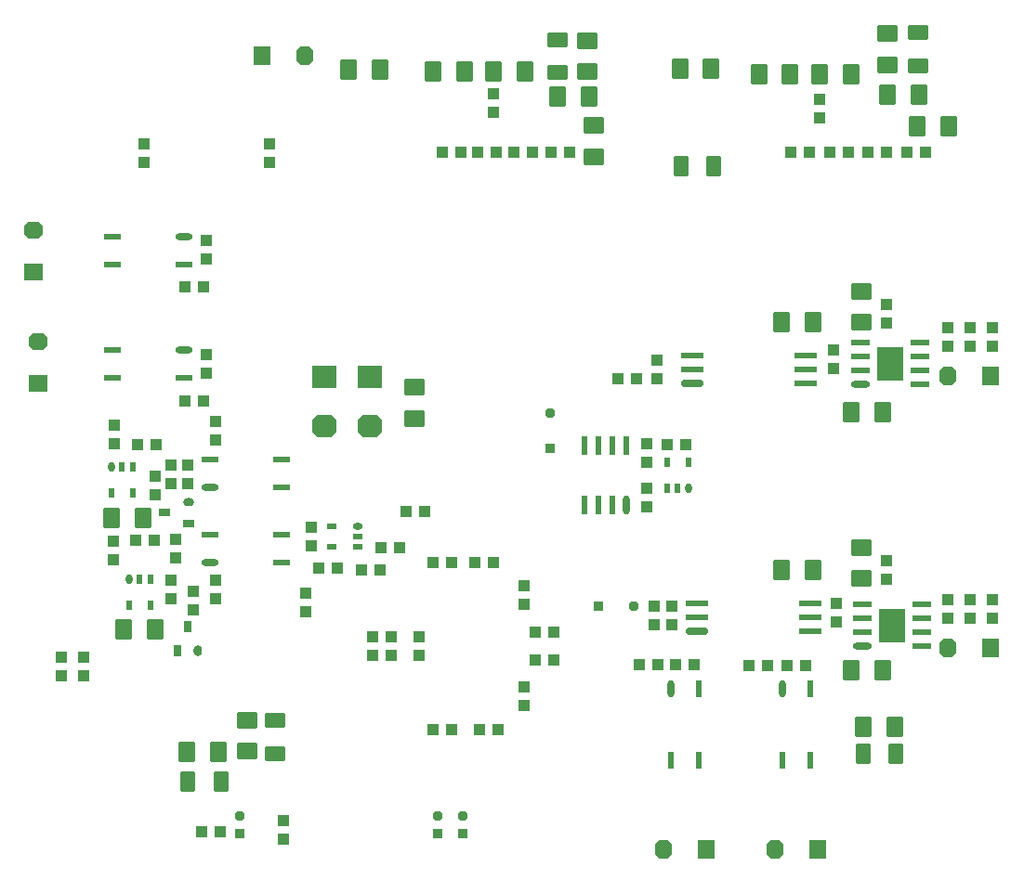
<source format=gbr>
G04 Layer_Color=128*
%FSLAX26Y26*%
%MOIN*%
%TF.FileFunction,Paste,Bot*%
%TF.Part,Single*%
G01*
G75*
%TA.AperFunction,SMDPad,CuDef*%
G04:AMPARAMS|DCode=49|XSize=40mil|YSize=40mil|CornerRadius=3mil|HoleSize=0mil|Usage=FLASHONLY|Rotation=180.000|XOffset=0mil|YOffset=0mil|HoleType=Round|Shape=RoundedRectangle|*
%AMROUNDEDRECTD49*
21,1,0.040000,0.034000,0,0,180.0*
21,1,0.034000,0.040000,0,0,180.0*
1,1,0.006000,-0.017000,0.017000*
1,1,0.006000,0.017000,0.017000*
1,1,0.006000,0.017000,-0.017000*
1,1,0.006000,-0.017000,-0.017000*
%
%ADD49ROUNDEDRECTD49*%
%ADD50R,0.040000X0.030000*%
%ADD51O,0.040000X0.030000*%
%ADD52R,0.030000X0.040000*%
%ADD53O,0.030000X0.040000*%
%ADD54O,0.023622X0.035433*%
%ADD55R,0.023622X0.035433*%
%ADD56O,0.068898X0.023622*%
%ADD57R,0.068898X0.023622*%
%ADD58R,0.094488X0.122047*%
G04:AMPARAMS|DCode=59|XSize=23.622mil|YSize=80.709mil|CornerRadius=0mil|HoleSize=0mil|Usage=FLASHONLY|Rotation=270.000|XOffset=0mil|YOffset=0mil|HoleType=Round|Shape=Octagon|*
%AMOCTAGOND59*
4,1,8,0.040354,0.005905,0.040354,-0.005905,0.034449,-0.011811,-0.034449,-0.011811,-0.040354,-0.005905,-0.040354,0.005905,-0.034449,0.011811,0.034449,0.011811,0.040354,0.005905,0.0*
%
%ADD59OCTAGOND59*%

%ADD60R,0.080709X0.023622*%
%ADD61R,0.023622X0.068898*%
%ADD62O,0.023622X0.068898*%
G04:AMPARAMS|DCode=63|XSize=40mil|YSize=40mil|CornerRadius=3mil|HoleSize=0mil|Usage=FLASHONLY|Rotation=270.000|XOffset=0mil|YOffset=0mil|HoleType=Round|Shape=RoundedRectangle|*
%AMROUNDEDRECTD63*
21,1,0.040000,0.034000,0,0,270.0*
21,1,0.034000,0.040000,0,0,270.0*
1,1,0.006000,-0.017000,-0.017000*
1,1,0.006000,-0.017000,0.017000*
1,1,0.006000,0.017000,0.017000*
1,1,0.006000,0.017000,-0.017000*
%
%ADD63ROUNDEDRECTD63*%
G04:AMPARAMS|DCode=64|XSize=63mil|YSize=71mil|CornerRadius=4.725mil|HoleSize=0mil|Usage=FLASHONLY|Rotation=90.000|XOffset=0mil|YOffset=0mil|HoleType=Round|Shape=RoundedRectangle|*
%AMROUNDEDRECTD64*
21,1,0.063000,0.061550,0,0,90.0*
21,1,0.053550,0.071000,0,0,90.0*
1,1,0.009450,0.030775,0.026775*
1,1,0.009450,0.030775,-0.026775*
1,1,0.009450,-0.030775,-0.026775*
1,1,0.009450,-0.030775,0.026775*
%
%ADD64ROUNDEDRECTD64*%
G04:AMPARAMS|DCode=65|XSize=63mil|YSize=71mil|CornerRadius=4.725mil|HoleSize=0mil|Usage=FLASHONLY|Rotation=0.000|XOffset=0mil|YOffset=0mil|HoleType=Round|Shape=RoundedRectangle|*
%AMROUNDEDRECTD65*
21,1,0.063000,0.061550,0,0,0.0*
21,1,0.053550,0.071000,0,0,0.0*
1,1,0.009450,0.026775,-0.030775*
1,1,0.009450,-0.026775,-0.030775*
1,1,0.009450,-0.026775,0.030775*
1,1,0.009450,0.026775,0.030775*
%
%ADD65ROUNDEDRECTD65*%
%ADD66R,0.086614X0.080709*%
G04:AMPARAMS|DCode=67|XSize=86.614mil|YSize=80.709mil|CornerRadius=0mil|HoleSize=0mil|Usage=FLASHONLY|Rotation=0.000|XOffset=0mil|YOffset=0mil|HoleType=Round|Shape=Octagon|*
%AMOCTAGOND67*
4,1,8,0.043307,-0.020177,0.043307,0.020177,0.023130,0.040354,-0.023130,0.040354,-0.043307,0.020177,-0.043307,-0.020177,-0.023130,-0.040354,0.023130,-0.040354,0.043307,-0.020177,0.0*
%
%ADD67OCTAGOND67*%

%ADD68R,0.062992X0.023622*%
%ADD69O,0.062992X0.023622*%
%ADD70R,0.066929X0.062992*%
G04:AMPARAMS|DCode=71|XSize=66.929mil|YSize=62.992mil|CornerRadius=0mil|HoleSize=0mil|Usage=FLASHONLY|Rotation=0.000|XOffset=0mil|YOffset=0mil|HoleType=Round|Shape=Octagon|*
%AMOCTAGOND71*
4,1,8,0.033465,-0.015748,0.033465,0.015748,0.017717,0.031496,-0.017717,0.031496,-0.033465,0.015748,-0.033465,-0.015748,-0.017717,-0.031496,0.017717,-0.031496,0.033465,-0.015748,0.0*
%
%ADD71OCTAGOND71*%

G04:AMPARAMS|DCode=72|XSize=66.929mil|YSize=62.992mil|CornerRadius=0mil|HoleSize=0mil|Usage=FLASHONLY|Rotation=270.000|XOffset=0mil|YOffset=0mil|HoleType=Round|Shape=Octagon|*
%AMOCTAGOND72*
4,1,8,-0.015748,-0.033465,0.015748,-0.033465,0.031496,-0.017717,0.031496,0.017717,0.015748,0.033465,-0.015748,0.033465,-0.031496,0.017717,-0.031496,-0.017717,-0.015748,-0.033465,0.0*
%
%ADD72OCTAGOND72*%

%ADD73R,0.062992X0.066929*%
G04:AMPARAMS|DCode=74|XSize=35.433mil|YSize=35.433mil|CornerRadius=0mil|HoleSize=0mil|Usage=FLASHONLY|Rotation=270.000|XOffset=0mil|YOffset=0mil|HoleType=Round|Shape=Octagon|*
%AMOCTAGOND74*
4,1,8,-0.008858,-0.017717,0.008858,-0.017717,0.017717,-0.008858,0.017717,0.008858,0.008858,0.017717,-0.008858,0.017717,-0.017717,0.008858,-0.017717,-0.008858,-0.008858,-0.017717,0.0*
%
%ADD74OCTAGOND74*%

%ADD75R,0.035433X0.035433*%
G04:AMPARAMS|DCode=76|XSize=35.433mil|YSize=35.433mil|CornerRadius=0mil|HoleSize=0mil|Usage=FLASHONLY|Rotation=0.000|XOffset=0mil|YOffset=0mil|HoleType=Round|Shape=Octagon|*
%AMOCTAGOND76*
4,1,8,0.017717,-0.008858,0.017717,0.008858,0.008858,0.017717,-0.008858,0.017717,-0.017717,0.008858,-0.017717,-0.008858,-0.008858,-0.017717,0.008858,-0.017717,0.017717,-0.008858,0.0*
%
%ADD76OCTAGOND76*%

%ADD77R,0.035433X0.035433*%
G04:AMPARAMS|DCode=78|XSize=35.433mil|YSize=33.465mil|CornerRadius=0mil|HoleSize=0mil|Usage=FLASHONLY|Rotation=0.000|XOffset=0mil|YOffset=0mil|HoleType=Round|Shape=Octagon|*
%AMOCTAGOND78*
4,1,8,0.017717,-0.008366,0.017717,0.008366,0.009351,0.016732,-0.009351,0.016732,-0.017717,0.008366,-0.017717,-0.008366,-0.009351,-0.016732,0.009351,-0.016732,0.017717,-0.008366,0.0*
%
%ADD78OCTAGOND78*%

%ADD79R,0.035433X0.033465*%
%ADD80R,0.035433X0.023622*%
%ADD81O,0.035433X0.023622*%
G04:AMPARAMS|DCode=82|XSize=55.118mil|YSize=70.866mil|CornerRadius=4.134mil|HoleSize=0mil|Usage=FLASHONLY|Rotation=90.000|XOffset=0mil|YOffset=0mil|HoleType=Round|Shape=RoundedRectangle|*
%AMROUNDEDRECTD82*
21,1,0.055118,0.062599,0,0,90.0*
21,1,0.046850,0.070866,0,0,90.0*
1,1,0.008268,0.031299,0.023425*
1,1,0.008268,0.031299,-0.023425*
1,1,0.008268,-0.031299,-0.023425*
1,1,0.008268,-0.031299,0.023425*
%
%ADD82ROUNDEDRECTD82*%
G04:AMPARAMS|DCode=83|XSize=55.118mil|YSize=70.866mil|CornerRadius=4.134mil|HoleSize=0mil|Usage=FLASHONLY|Rotation=0.000|XOffset=0mil|YOffset=0mil|HoleType=Round|Shape=RoundedRectangle|*
%AMROUNDEDRECTD83*
21,1,0.055118,0.062599,0,0,0.0*
21,1,0.046850,0.070866,0,0,0.0*
1,1,0.008268,0.023425,-0.031299*
1,1,0.008268,-0.023425,-0.031299*
1,1,0.008268,-0.023425,0.031299*
1,1,0.008268,0.023425,0.031299*
%
%ADD83ROUNDEDRECTD83*%
%ADD84O,0.023622X0.062992*%
%ADD85R,0.023622X0.062992*%
D49*
X2350000Y1936535D02*
D03*
Y2003465D02*
D03*
X2836535Y2596535D02*
D03*
Y2663465D02*
D03*
X2736535D02*
D03*
X2670000D02*
D03*
Y2596535D02*
D03*
X2736535D02*
D03*
X2430000Y2755000D02*
D03*
Y2821929D02*
D03*
X2450000Y2991535D02*
D03*
Y3058465D02*
D03*
X2106299Y3372047D02*
D03*
Y3438976D02*
D03*
X2007874Y3281496D02*
D03*
Y3214567D02*
D03*
X1948819D02*
D03*
Y3281496D02*
D03*
X1889764Y3242126D02*
D03*
Y3175197D02*
D03*
X1965000Y3013465D02*
D03*
Y2946535D02*
D03*
X1948819Y2868110D02*
D03*
Y2801181D02*
D03*
X2027559Y2828740D02*
D03*
Y2761811D02*
D03*
X2106299Y2801181D02*
D03*
Y2868110D02*
D03*
X1740000Y2941535D02*
D03*
Y3008465D02*
D03*
X1745000Y3356535D02*
D03*
Y3423465D02*
D03*
X2075000Y3611535D02*
D03*
Y3678465D02*
D03*
Y4021535D02*
D03*
Y4088465D02*
D03*
X2300000Y4366535D02*
D03*
Y4433465D02*
D03*
X1850000D02*
D03*
Y4366535D02*
D03*
X3105000Y4546535D02*
D03*
Y4613465D02*
D03*
X3690167Y3658465D02*
D03*
Y3591535D02*
D03*
X3655000Y3357205D02*
D03*
Y3290276D02*
D03*
Y3197205D02*
D03*
Y3130276D02*
D03*
X3680000Y2773465D02*
D03*
X3745000D02*
D03*
Y2706535D02*
D03*
X3680000D02*
D03*
X3215000Y2781535D02*
D03*
Y2848465D02*
D03*
Y2483465D02*
D03*
Y2416535D02*
D03*
X4335000Y2716535D02*
D03*
X4515000Y2871535D02*
D03*
X4735000Y2731535D02*
D03*
X4815000D02*
D03*
X4895000D02*
D03*
Y2798465D02*
D03*
X4815000D02*
D03*
X4735000D02*
D03*
X4515000Y2938465D02*
D03*
X4335000Y2783465D02*
D03*
X4325167Y3626535D02*
D03*
X4515000Y3791535D02*
D03*
X4735167Y3773465D02*
D03*
Y3706535D02*
D03*
X4815167D02*
D03*
Y3773465D02*
D03*
X4895167D02*
D03*
Y3706535D02*
D03*
X4515000Y3858465D02*
D03*
X4325167Y3693465D02*
D03*
X4275000Y4528525D02*
D03*
Y4595455D02*
D03*
X1633858Y2592520D02*
D03*
Y2525590D02*
D03*
X1555118D02*
D03*
Y2592520D02*
D03*
D50*
X2011811Y3072834D02*
D03*
X1925197Y3110236D02*
D03*
D51*
X2011811Y3147638D02*
D03*
D52*
X2007874Y2700787D02*
D03*
X1970472Y2614173D02*
D03*
D53*
X2045276Y2614173D02*
D03*
D54*
X1797598Y2872244D02*
D03*
X1734252Y3275591D02*
D03*
X3802402Y3196496D02*
D03*
D55*
X1872401Y2777756D02*
D03*
Y2872244D02*
D03*
X1835000D02*
D03*
X1797598Y2777756D02*
D03*
X1809055Y3181102D02*
D03*
X1734252D02*
D03*
X1771653Y3275591D02*
D03*
X1809055D02*
D03*
X3727599Y3196496D02*
D03*
X3765000D02*
D03*
X3727599Y3290984D02*
D03*
X3802402D02*
D03*
D56*
X4428701Y2630000D02*
D03*
X4422205Y3570000D02*
D03*
D57*
X4428701Y2680000D02*
D03*
Y2730000D02*
D03*
Y2780000D02*
D03*
X4641299Y2730000D02*
D03*
Y2680000D02*
D03*
Y2630000D02*
D03*
Y2780000D02*
D03*
X4634803Y3570000D02*
D03*
Y3620000D02*
D03*
Y3670000D02*
D03*
Y3720000D02*
D03*
X4422205D02*
D03*
Y3670000D02*
D03*
Y3620000D02*
D03*
D58*
X4535000Y2705000D02*
D03*
X4528504Y3645000D02*
D03*
D59*
X3817412Y3575000D02*
D03*
X3834488Y2685000D02*
D03*
D60*
X3817412Y3625000D02*
D03*
Y3675000D02*
D03*
X4222923Y3625000D02*
D03*
Y3575000D02*
D03*
Y3675000D02*
D03*
X3834488Y2785000D02*
D03*
Y2735000D02*
D03*
X4240000D02*
D03*
Y2685000D02*
D03*
Y2785000D02*
D03*
D61*
X3430000Y3137441D02*
D03*
X3480000D02*
D03*
X3530000D02*
D03*
Y3350039D02*
D03*
X3580000D02*
D03*
X3480000D02*
D03*
X3430000D02*
D03*
D62*
X3580000Y3137441D02*
D03*
D63*
X2056535Y1965000D02*
D03*
X2123465D02*
D03*
X2886535Y2330000D02*
D03*
X2953465D02*
D03*
X3053071D02*
D03*
X3120000D02*
D03*
X3253071Y2580000D02*
D03*
X3320000D02*
D03*
Y2680000D02*
D03*
X3253071D02*
D03*
X3626535Y2565000D02*
D03*
X3693465D02*
D03*
X3756535D02*
D03*
X3823465D02*
D03*
X4021535Y2560000D02*
D03*
X4088465D02*
D03*
X4156535D02*
D03*
X4223465D02*
D03*
X3793465Y3353740D02*
D03*
X3726535D02*
D03*
X3618465Y3590000D02*
D03*
X3551535D02*
D03*
X3103465Y2930000D02*
D03*
X3036535D02*
D03*
X2953465D02*
D03*
X2858465Y3115000D02*
D03*
X2791535D02*
D03*
X2768465Y2985000D02*
D03*
X2886535Y2930000D02*
D03*
X2701535Y2985000D02*
D03*
X2698465Y2905000D02*
D03*
X2631535D02*
D03*
X2543465Y2910000D02*
D03*
X2476535D02*
D03*
X2063465Y3510000D02*
D03*
X1996535D02*
D03*
X1893465Y3355000D02*
D03*
X1826535D02*
D03*
X1821535Y3010000D02*
D03*
X1888465D02*
D03*
X1996535Y3920000D02*
D03*
X2063465D02*
D03*
X2921535Y4405000D02*
D03*
X2988465D02*
D03*
X3046535D02*
D03*
X3113465D02*
D03*
X3176535D02*
D03*
X3243465D02*
D03*
X3311535D02*
D03*
X3378465D02*
D03*
X4171535D02*
D03*
X4238465D02*
D03*
X4309545D02*
D03*
X4376475D02*
D03*
X4447555D02*
D03*
X4514485D02*
D03*
X4586535D02*
D03*
X4653465D02*
D03*
D64*
X2220000Y2254000D02*
D03*
Y2366000D02*
D03*
X2820000Y3449000D02*
D03*
Y3561000D02*
D03*
X3465000Y4389000D02*
D03*
Y4501000D02*
D03*
X3440000Y4694000D02*
D03*
Y4806000D02*
D03*
X4425000Y3906000D02*
D03*
Y3794000D02*
D03*
Y2986000D02*
D03*
Y2874000D02*
D03*
X4518010Y4719000D02*
D03*
Y4831000D02*
D03*
D65*
X2004000Y2250000D02*
D03*
X2116000D02*
D03*
X1891000Y2690000D02*
D03*
X1779000D02*
D03*
X1847339Y3090551D02*
D03*
X1735339D02*
D03*
X3216000Y4695000D02*
D03*
X3334000Y4605000D02*
D03*
X3446000D02*
D03*
X3773000Y4705000D02*
D03*
X3885000D02*
D03*
X4055990Y4685000D02*
D03*
X4167990D02*
D03*
X4274000D02*
D03*
X4386000D02*
D03*
X4519000Y4611990D02*
D03*
X4624000Y4498010D02*
D03*
X4736000D02*
D03*
X4631000Y4611990D02*
D03*
X4251000Y3795000D02*
D03*
X4139000D02*
D03*
X4389000Y3470000D02*
D03*
X4501000D02*
D03*
X4251000Y2905000D02*
D03*
X4139000D02*
D03*
X4389000Y2545000D02*
D03*
X4432189Y2342520D02*
D03*
X4544189D02*
D03*
X4501000Y2545000D02*
D03*
X3104000Y4695000D02*
D03*
X3001000D02*
D03*
X2889000D02*
D03*
X2696000Y4700000D02*
D03*
X2584000D02*
D03*
D66*
X2660000Y3598583D02*
D03*
X2496447D02*
D03*
D67*
X2660000Y3421417D02*
D03*
X2496447D02*
D03*
D68*
X2342953Y2930000D02*
D03*
Y3030000D02*
D03*
Y3200000D02*
D03*
Y3300000D02*
D03*
X1992953Y3595000D02*
D03*
X2087047Y3300000D02*
D03*
Y3030000D02*
D03*
X1737047Y3595000D02*
D03*
Y3695000D02*
D03*
X1992953Y4000000D02*
D03*
X1737047D02*
D03*
Y4100000D02*
D03*
D69*
X2087047Y2930000D02*
D03*
Y3200000D02*
D03*
X1992953Y3695000D02*
D03*
Y4100000D02*
D03*
D70*
X1470000Y3574213D02*
D03*
X1455000Y3974213D02*
D03*
D71*
X1470000Y3725787D02*
D03*
X1455000Y4125787D02*
D03*
D72*
X3714213Y1900000D02*
D03*
X4114213D02*
D03*
X4734213Y2625000D02*
D03*
X4734380Y3600000D02*
D03*
X2425787Y4750000D02*
D03*
D73*
X3865787Y1900000D02*
D03*
X4265787D02*
D03*
X4885787Y2625000D02*
D03*
X4885955Y3600000D02*
D03*
X2274213Y4750000D02*
D03*
D74*
X3608976Y2775000D02*
D03*
D75*
X3481024Y2775000D02*
D03*
D76*
X3307087Y3469488D02*
D03*
D77*
X3307087Y3341535D02*
D03*
D78*
X2195000Y2022480D02*
D03*
X2905000D02*
D03*
X2995000D02*
D03*
D79*
X2195000Y1957520D02*
D03*
X2905000D02*
D03*
X2995000D02*
D03*
D80*
X2617244Y2987599D02*
D03*
Y3025000D02*
D03*
X2522756Y3062402D02*
D03*
Y2987599D02*
D03*
D81*
X2617244Y3062402D02*
D03*
D82*
X2320000Y2245945D02*
D03*
Y2364055D02*
D03*
X4626020Y4715945D02*
D03*
Y4834055D02*
D03*
X3335000Y4809055D02*
D03*
Y4690945D02*
D03*
D83*
X2007874Y2145669D02*
D03*
X2125984D02*
D03*
X3894055Y4355000D02*
D03*
X3775945D02*
D03*
X4429134Y2244095D02*
D03*
X4547244D02*
D03*
D84*
X3740000Y2477953D02*
D03*
X4140000D02*
D03*
D85*
X3740000Y2222047D02*
D03*
X3840000D02*
D03*
X4140000D02*
D03*
X4240000D02*
D03*
Y2477953D02*
D03*
X3840000D02*
D03*
%TF.MD5,fc6a65e30846f6b74a055d6d5d997028*%
M02*

</source>
